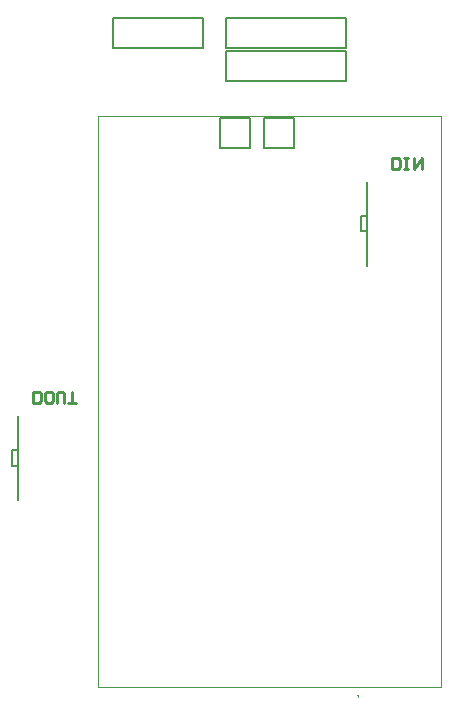
<source format=gbo>
G04*
G04 #@! TF.GenerationSoftware,Altium Limited,Altium Designer,20.0.9 (164)*
G04*
G04 Layer_Color=32896*
%FSLAX25Y25*%
%MOIN*%
G70*
G01*
G75*
%ADD10C,0.00394*%
%ADD12C,0.00787*%
%ADD63C,0.01000*%
D10*
X188189Y92126D02*
Y282480D01*
Y92126D02*
X302362Y92126D01*
Y282480D01*
X188189Y282480D02*
X302362Y282480D01*
D12*
X274803Y88976D02*
G03*
X274803Y89370I0J197D01*
G01*
D02*
G03*
X274803Y88976I0J-197D01*
G01*
D02*
G03*
X274803Y89370I0J197D01*
G01*
X243524Y281870D02*
X253524D01*
X243524Y271870D02*
Y281870D01*
Y271870D02*
X253524D01*
Y281870D01*
X228858Y281772D02*
X238858D01*
X228858Y271772D02*
Y281772D01*
Y271772D02*
X238858D01*
Y281772D01*
X223110Y305236D02*
Y315236D01*
X193110D02*
X223110D01*
X193110Y305236D02*
Y315236D01*
Y305236D02*
X223110D01*
X230669Y305236D02*
Y315236D01*
Y305236D02*
X270669D01*
X230669Y315236D02*
X270669D01*
Y305236D02*
Y315236D01*
X230748Y294213D02*
Y304213D01*
Y294213D02*
X270748D01*
X230748Y304213D02*
X270748D01*
Y294213D02*
Y304213D01*
X275590Y244094D02*
Y249213D01*
Y244094D02*
X277559D01*
X275590Y249213D02*
X277559D01*
Y260630D01*
Y232480D02*
Y244094D01*
Y249213D01*
X161319Y166043D02*
Y171161D01*
Y154429D02*
Y166043D01*
Y171161D02*
Y182579D01*
X159350Y171161D02*
X161319D01*
X159350Y166043D02*
X161319D01*
X159350D02*
Y171161D01*
D63*
X166354Y186796D02*
Y190732D01*
X168322D01*
X168978Y190076D01*
Y187452D01*
X168322Y186796D01*
X166354D01*
X172258D02*
X170946D01*
X170290Y187452D01*
Y190076D01*
X170946Y190732D01*
X172258D01*
X172914Y190076D01*
Y187452D01*
X172258Y186796D01*
X174226D02*
Y190076D01*
X174882Y190732D01*
X176194D01*
X176850Y190076D01*
Y186796D01*
X178162D02*
X180785D01*
X179473D01*
Y190732D01*
X286039Y264749D02*
Y268685D01*
X288007D01*
X288663Y268029D01*
Y265405D01*
X288007Y264749D01*
X286039D01*
X289975D02*
X291287D01*
X290631D01*
Y268685D01*
X289975D01*
X291287D01*
X293255D02*
Y264749D01*
X295879Y268685D01*
Y264749D01*
M02*

</source>
